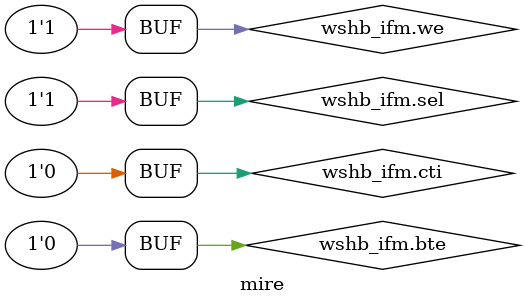
<source format=sv>
module mire (
            wshb_if.master wshb_ifm
            );
parameter VDISP = 480;
parameter HDISP = 800;

logic [$clog2(HDISP)-1:0] count_pix;
logic [$clog2(VDISP)-1:0] count_line;


//For the counters (pixels and lines) From top-down
always_ff @(posedge wshb_ifm.clk or posedge wshb_ifm.rst)
begin
    if (wshb_ifm.rst)
    begin
        count_pix <= 0;
        count_line <= 0;
    end
    else
    begin
        if (count_pix == HDISP -1)
        begin
            count_pix <= 0; //reset counter for pixels when is completed (to start from zero on the new line)
            if (count_line == VDISP -1)
            begin
                count_line <= 0; //reset line counter if it's completed
            end
            else
            begin
                count_line <= count_line + 1; //to continue counting if it's not done all lines
            end
        end
        else
        begin
            count_pix <= count_pix + 1; //to continue counting if it's not done
        end
    end
end



/////////////////////////////////////////////////////////////


//assign wshb_ifm.adr = (count_pix + HDISP*count_line)*4;
assign wshb_ifm.we = 1'b1;
assign wshb_ifm.cti = '0;
assign wshb_ifm.bte = '0;
assign wshb_ifm.sel = 4'b1111;


always_ff @(posedge wshb_ifm.clk or posedge wshb_ifm.rst)
begin
   if (wshb_ifm.rst)
   begin
      wshb_ifm.adr <= 0;
      wshb_ifm.dat_ms <= 0;
      wshb_ifm.cyc <= 1;
      wshb_ifm.stb <= 0;
   end
   else
   begin
        //Each 16bits makes a square count_pix guarantees horizontal distance,
        //and count_line guarantees vertical distance
        if (count_pix%16 == 0 || count_line%16 == 0) // If it happens one of them
        begin
        wshb_ifm.dat_ms = 32'hffffff; // Make 32 bits 1
        end
        else
        begin
        wshb_ifm.dat_ms = 32'h000000;
        end

        wshb_ifm.adr <= (count_pix + HDISP*count_line)*4; //assign address

        if (count_pix % 64 == 0)
        begin
            //cyc and stb are the same
            wshb_ifm.stb <= 0;
        end
        else
        begin
            //cyc and stb are the same
            wshb_ifm.stb <= 1;
        end
        wshb_ifm.cyc <= wshb_ifm.stb;
   end
end

endmodule
</source>
